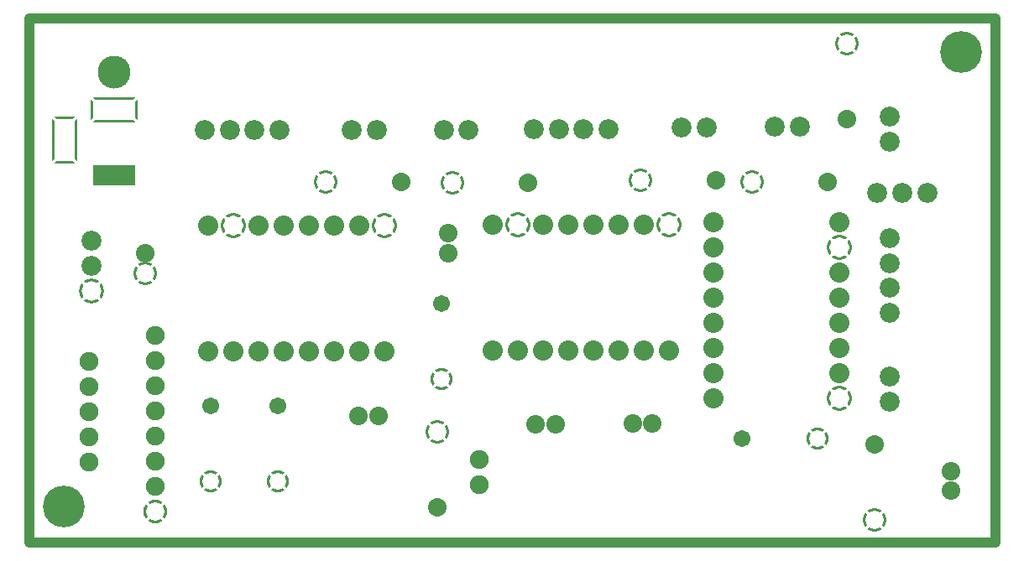
<source format=gbr>
%TF.GenerationSoftware,Altium Limited,Altium Designer,20.1.12 (249)*%
G04 Layer_Physical_Order=3*
G04 Layer_Color=128*
%FSLAX26Y26*%
%MOIN*%
%TF.SameCoordinates,01E7709E-0BC1-400C-968F-F7AE8F8D3573*%
%TF.FilePolarity,Negative*%
%TF.FileFunction,Copper,L3,Inr,Plane*%
%TF.Part,Single*%
G01*
G75*
%TA.AperFunction,NonConductor*%
%ADD32C,0.040000*%
%TA.AperFunction,WasherPad*%
%ADD33C,0.165984*%
%TA.AperFunction,ComponentPad*%
%ADD34C,0.079370*%
G04:AMPARAMS|DCode=35|XSize=99.37mil|YSize=99.37mil|CornerRadius=0mil|HoleSize=0mil|Usage=FLASHONLY|Rotation=0.000|XOffset=0mil|YOffset=0mil|HoleType=Round|Shape=Relief|Width=10mil|Gap=10mil|Entries=4|*
%AMTHD35*
7,0,0,0.099370,0.079370,0.010000,45*
%
%ADD35THD35*%
%ADD36C,0.080157*%
G04:AMPARAMS|DCode=37|XSize=100.157mil|YSize=100.157mil|CornerRadius=0mil|HoleSize=0mil|Usage=FLASHONLY|Rotation=0.000|XOffset=0mil|YOffset=0mil|HoleType=Round|Shape=Relief|Width=10mil|Gap=10mil|Entries=4|*
%AMTHD37*
7,0,0,0.100157,0.080157,0.010000,45*
%
%ADD37THD37*%
%ADD38C,0.073858*%
%ADD39C,0.073465*%
G04:AMPARAMS|DCode=40|XSize=87.559mil|YSize=87.559mil|CornerRadius=0mil|HoleSize=0mil|Usage=FLASHONLY|Rotation=0.000|XOffset=0mil|YOffset=0mil|HoleType=Round|Shape=Relief|Width=10mil|Gap=10mil|Entries=4|*
%AMTHD40*
7,0,0,0.087559,0.067559,0.010000,45*
%
%ADD40THD40*%
%ADD41C,0.067559*%
G04:AMPARAMS|DCode=42|XSize=95.039mil|YSize=95.039mil|CornerRadius=0mil|HoleSize=0mil|Usage=FLASHONLY|Rotation=0.000|XOffset=0mil|YOffset=0mil|HoleType=Round|Shape=Relief|Width=10mil|Gap=10mil|Entries=4|*
%AMTHD42*
7,0,0,0.095039,0.075039,0.010000,45*
%
%ADD42THD42*%
%ADD43C,0.075039*%
%ADD44C,0.075433*%
%ADD45R,0.165984X0.079370*%
%ADD47C,0.130551*%
G04:AMPARAMS|DCode=49|XSize=93.858mil|YSize=93.858mil|CornerRadius=0mil|HoleSize=0mil|Usage=FLASHONLY|Rotation=0.000|XOffset=0mil|YOffset=0mil|HoleType=Round|Shape=Relief|Width=10mil|Gap=10mil|Entries=4|*
%AMTHD49*
7,0,0,0.093858,0.073858,0.010000,45*
%
%ADD49THD49*%
G04:AMPARAMS|DCode=50|XSize=93.465mil|YSize=93.465mil|CornerRadius=0mil|HoleSize=0mil|Usage=FLASHONLY|Rotation=0.000|XOffset=0mil|YOffset=0mil|HoleType=Round|Shape=Relief|Width=10mil|Gap=10mil|Entries=4|*
%AMTHD50*
7,0,0,0.093465,0.073465,0.010000,45*
%
%ADD50THD50*%
%AMTHRECTD51*
4,1,4,0.092992,0.049685,0.092992,-0.049685,-0.092992,-0.049685,-0.092992,0.049685,0.092992,0.049685,0.0*
4,0,4,0.082992,0.039685,0.082992,-0.039685,-0.082992,-0.039685,-0.082992,0.039685,0.082992,0.039685,0.0*
20,0,0.010000,0.043307,0.000000,0.142677,0.099370,0*
20,0,0.010000,-0.043307,0.000000,-0.142677,-0.099370,0*
20,0,0.010000,0.043307,0.000000,0.142677,-0.099370,0*
20,0,0.010000,-0.043307,0.000000,-0.142677,0.099370,0*
%
%ADD51THRECTD51*%

%AMTHRECTD52*
4,1,4,-0.049685,0.092992,0.049685,0.092992,0.049685,-0.092992,-0.049685,-0.092992,-0.049685,0.092992,0.0*
4,0,4,-0.039685,0.082992,0.039685,0.082992,0.039685,-0.082992,-0.039685,-0.082992,-0.039685,0.082992,0.0*
20,0,0.010000,0.000000,0.043307,-0.099370,0.142677,0*
20,0,0.010000,0.000000,-0.043307,0.099370,-0.142677,0*
20,0,0.010000,0.000000,0.043307,0.099370,0.142677,0*
20,0,0.010000,0.000000,-0.043307,-0.099370,-0.142677,0*
%
%ADD52THRECTD52*%

D32*
X0Y0D02*
X3835000D01*
Y2085000D01*
X0D02*
X3835000D01*
X0Y0D02*
Y2085000D01*
D33*
X3700000Y1950000D02*
D03*
X135000Y145000D02*
D03*
D34*
X3415000Y1210276D02*
D03*
Y1111850D02*
D03*
Y915000D02*
D03*
Y1013425D02*
D03*
X3565000Y1390000D02*
D03*
X3465000D02*
D03*
X3365000D02*
D03*
X3415000Y1693425D02*
D03*
Y1595000D02*
D03*
X696732Y1639134D02*
D03*
X795158D02*
D03*
X992008D02*
D03*
X893583D02*
D03*
X3415000Y659213D02*
D03*
Y560787D02*
D03*
X2960000Y1653347D02*
D03*
X3058425D02*
D03*
X2590787Y1650000D02*
D03*
X2689213D02*
D03*
X2200000Y1645000D02*
D03*
X2298425D02*
D03*
X2101575D02*
D03*
X2003150D02*
D03*
X1645000Y1640000D02*
D03*
X1743425D02*
D03*
X1280000D02*
D03*
X1378425D02*
D03*
X245000Y1200000D02*
D03*
Y1100000D02*
D03*
D35*
Y1000000D02*
D03*
D36*
X710000Y1260000D02*
D03*
X910000D02*
D03*
X1010000D02*
D03*
X1110000D02*
D03*
X1210000D02*
D03*
X1310000D02*
D03*
X1410000Y760000D02*
D03*
X1310000D02*
D03*
X1210000D02*
D03*
X1110000D02*
D03*
X1010000D02*
D03*
X910000D02*
D03*
X810000D02*
D03*
X710000D02*
D03*
X3215000Y1275000D02*
D03*
Y1075000D02*
D03*
Y975000D02*
D03*
Y875000D02*
D03*
Y775000D02*
D03*
Y675000D02*
D03*
X2715000Y575000D02*
D03*
Y675000D02*
D03*
Y775000D02*
D03*
Y875000D02*
D03*
Y975000D02*
D03*
Y1075000D02*
D03*
Y1175000D02*
D03*
Y1275000D02*
D03*
X1840000Y1265000D02*
D03*
X2040000D02*
D03*
X2140000D02*
D03*
X2240000D02*
D03*
X2340000D02*
D03*
X2440000D02*
D03*
X2540000Y765000D02*
D03*
X2440000D02*
D03*
X2340000D02*
D03*
X2240000D02*
D03*
X2140000D02*
D03*
X2040000D02*
D03*
X1940000D02*
D03*
X1840000D02*
D03*
D37*
X810000Y1260000D02*
D03*
X1410000D02*
D03*
X3215000Y1175000D02*
D03*
Y575000D02*
D03*
X1940000Y1265000D02*
D03*
X2540000D02*
D03*
D38*
X2010000Y470000D02*
D03*
X2088740D02*
D03*
X2395630Y473346D02*
D03*
X2474370D02*
D03*
X1661653Y1229370D02*
D03*
Y1150630D02*
D03*
X1306260Y505000D02*
D03*
X1385000D02*
D03*
X3658347Y205630D02*
D03*
Y284370D02*
D03*
X458346Y1149370D02*
D03*
D39*
X3245000Y1685000D02*
D03*
X3355000Y390000D02*
D03*
X3170000Y1435000D02*
D03*
X2725000Y1440000D02*
D03*
X1980000Y1430000D02*
D03*
X1475000Y1435000D02*
D03*
X1620000Y140000D02*
D03*
D40*
X720000Y245000D02*
D03*
X985000D02*
D03*
X1635000Y650000D02*
D03*
X3130000Y415000D02*
D03*
D41*
X720000Y545000D02*
D03*
X985000D02*
D03*
X1635000Y950000D02*
D03*
X2830000Y415000D02*
D03*
D42*
X499213Y123347D02*
D03*
D43*
Y823346D02*
D03*
Y723346D02*
D03*
Y623346D02*
D03*
Y523346D02*
D03*
Y423346D02*
D03*
Y323346D02*
D03*
Y223346D02*
D03*
D44*
X235000Y720000D02*
D03*
Y620000D02*
D03*
Y520000D02*
D03*
Y420000D02*
D03*
Y320000D02*
D03*
X1785000Y230000D02*
D03*
Y330000D02*
D03*
D45*
X335000Y1460158D02*
D03*
D47*
Y1869606D02*
D03*
D49*
X458346Y1070630D02*
D03*
D50*
X3245000Y1985000D02*
D03*
X3355000Y90000D02*
D03*
X2870000Y1435000D02*
D03*
X2425000Y1440000D02*
D03*
X1680000Y1430000D02*
D03*
X1175000Y1435000D02*
D03*
X1620000Y440000D02*
D03*
D51*
X335000Y1720000D02*
D03*
D52*
X138150Y1599921D02*
D03*
%TF.MD5,c45d20986707a9c3a2f2ad68e18c7132*%
M02*

</source>
